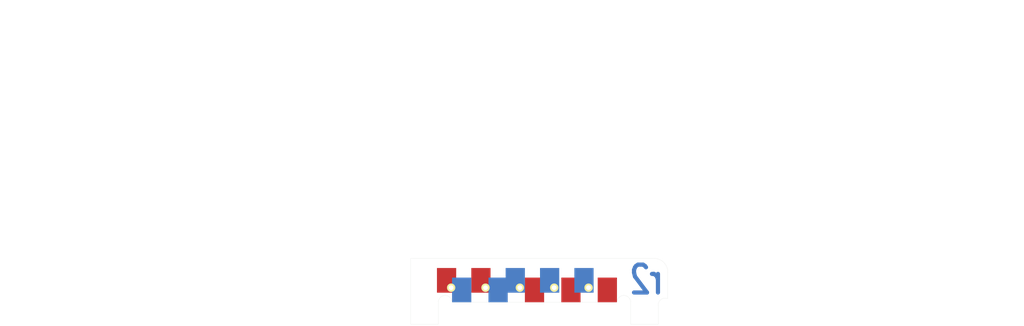
<source format=kicad_pcb>
(kicad_pcb (version 4) (host pcbnew "(2014-jul-16 BZR unknown)-product")

  (general
    (links 4)
    (no_connects 3)
    (area 108.35 78.7 182.578568 104.38168)
    (thickness 1.6002)
    (drawings 22)
    (tracks 0)
    (zones 0)
    (modules 15)
    (nets 6)
  )

  (page A4)
  (title_block
    (title "Ultimate Hacking Keyboard - Vertical Connector Board")
    (rev 2)
    (company "Ultimate Gadget Laboratories Kft.")
  )

  (layers
    (0 Front signal)
    (31 Back signal)
    (36 B.SilkS user)
    (37 F.SilkS user)
    (38 B.Mask user)
    (39 F.Mask user)
    (41 Cmts.User user)
    (42 Eco1.User user)
    (43 Eco2.User user)
    (44 Edge.Cuts user)
  )

  (setup
    (last_trace_width 0.889)
    (user_trace_width 0.733)
    (trace_clearance 0.01)
    (zone_clearance 0.508)
    (zone_45_only no)
    (trace_min 0.6)
    (segment_width 0.1)
    (edge_width 0.01016)
    (via_size 0.889)
    (via_drill 0.635)
    (via_min_size 0.889)
    (via_min_drill 0.635)
    (user_via 0.889 0.635)
    (uvia_size 0.508)
    (uvia_drill 0.127)
    (uvias_allowed no)
    (uvia_min_size 0.508)
    (uvia_min_drill 0.127)
    (pcb_text_width 0.3048)
    (pcb_text_size 1.524 2.032)
    (mod_edge_width 0.381)
    (mod_text_size 1.524 1.524)
    (mod_text_width 0.3048)
    (pad_size 0.6096 0.6096)
    (pad_drill 0.3556)
    (pad_to_mask_clearance 0.1016)
    (aux_axis_origin 0 0)
    (visible_elements FFFFEF7F)
    (pcbplotparams
      (layerselection 0x000f0_80000001)
      (usegerberextensions true)
      (excludeedgelayer true)
      (linewidth 0.150000)
      (plotframeref false)
      (viasonmask false)
      (mode 1)
      (useauxorigin false)
      (hpglpennumber 1)
      (hpglpenspeed 20)
      (hpglpendiameter 15)
      (hpglpenoverlay 2)
      (psnegative false)
      (psa4output false)
      (plotreference true)
      (plotvalue true)
      (plotinvisibletext false)
      (padsonsilk false)
      (subtractmaskfromsilk true)
      (outputformat 1)
      (mirror false)
      (drillshape 0)
      (scaleselection 1)
      (outputdirectory ../gerbers))
  )

  (net 0 "")
  (net 1 N-000001)
  (net 2 N-000002)
  (net 3 N-000003)
  (net 4 N-000004)
  (net 5 N-000005)

  (net_class Default "This is the default net class."
    (clearance 0.01)
    (trace_width 0.889)
    (via_dia 0.889)
    (via_drill 0.635)
    (uvia_dia 0.508)
    (uvia_drill 0.127)
    (add_net N-000001)
    (add_net N-000002)
    (add_net N-000003)
    (add_net N-000004)
    (add_net N-000005)
  )

  (module UGL:UHK_vertical_PCB_pad (layer Back) (tedit 53DA981A) (tstamp 53DA03F2)
    (at 144.75 99.9)
    (path /529BB9E6)
    (fp_text reference P12 (at 0 3.3) (layer B.SilkS) hide
      (effects (font (thickness 0.3048)) (justify mirror))
    )
    (fp_text value CONN_1 (at 0 -2.9) (layer B.SilkS) hide
      (effects (font (thickness 0.3048)) (justify mirror))
    )
    (pad "" smd rect (at 0 0) (size 1.4 1.8) (layers Back B.Mask)
      (net 2 N-000002))
  )

  (module UGL:UHK_vertical_PCB_pad (layer Front) (tedit 53DA981A) (tstamp 53DA93D3)
    (at 143.5 99.2)
    (path /529BB9CE)
    (fp_text reference P22 (at 0 -3.3) (layer F.SilkS) hide
      (effects (font (thickness 0.3048)))
    )
    (fp_text value CONN_1 (at 0 2.9) (layer F.SilkS) hide
      (effects (font (thickness 0.3048)))
    )
    (pad "" smd rect (at 0 0) (size 1.4 1.8) (layers Front F.Mask)
      (net 2 N-000002))
  )

  (module vertical_pcb_pad (layer Back) (tedit 53DA93F6) (tstamp 53DA9AC9)
    (at 151.75 99.2)
    (path /529BBCD8)
    (fp_text reference P25 (at 0 3.3) (layer B.SilkS) hide
      (effects (font (thickness 0.3048)) (justify mirror))
    )
    (fp_text value CONN_1 (at 0 -2.9) (layer B.SilkS) hide
      (effects (font (thickness 0.3048)) (justify mirror))
    )
    (pad "" smd rect (at -0.75 0) (size 1.4 1.8) (layers Back B.Mask)
      (net 5 N-000005))
  )

  (module vertical_pcb_pad (layer Front) (tedit 53DA330B) (tstamp 529BBD6B)
    (at 151 98.7)
    (path /529BBCD2)
    (fp_text reference P15 (at 0 -3.3) (layer F.SilkS) hide
      (effects (font (thickness 0.3048)))
    )
    (fp_text value CONN_1 (at 0 2.9) (layer F.SilkS) hide
      (effects (font (thickness 0.3048)))
    )
    (pad "" smd rect (at 1.7 1.2) (size 1.4 1.8) (layers Front F.Mask)
      (net 5 N-000005))
  )

  (module vertical_pcb_pad (layer Back) (tedit 53DA93DE) (tstamp 529BBAC7)
    (at 149.21 99.2)
    (path /529BB9DA)
    (fp_text reference P24 (at 0 3.3) (layer B.SilkS) hide
      (effects (font (thickness 0.3048)) (justify mirror))
    )
    (fp_text value CONN_1 (at 0 -2.9) (layer B.SilkS) hide
      (effects (font (thickness 0.3048)) (justify mirror))
    )
    (pad "" smd rect (at -0.71 0) (size 1.4 1.8) (layers Back B.Mask)
      (net 4 N-000004))
  )

  (module vertical_pcb_pad (layer Back) (tedit 53DA93C3) (tstamp 529BBAC2)
    (at 146.67 99.2)
    (path /529BB9D4)
    (fp_text reference P23 (at 0 3.3) (layer B.SilkS) hide
      (effects (font (thickness 0.3048)) (justify mirror))
    )
    (fp_text value CONN_1 (at 0 -2.9) (layer B.SilkS) hide
      (effects (font (thickness 0.3048)) (justify mirror))
    )
    (pad "" smd rect (at -0.67 0) (size 1.4 1.8) (layers Back B.Mask)
      (net 3 N-000003))
  )

  (module vertical_pcb_pad (layer Front) (tedit 53DA3305) (tstamp 529BBAE1)
    (at 148.5 98.7)
    (path /529BB9F2)
    (fp_text reference P14 (at 0 -3.3) (layer F.SilkS) hide
      (effects (font (thickness 0.3048)))
    )
    (fp_text value CONN_1 (at 0 2.9) (layer F.SilkS) hide
      (effects (font (thickness 0.3048)))
    )
    (pad "" smd rect (at 1.55 1.2) (size 1.4 1.8) (layers Front F.Mask)
      (net 4 N-000004))
  )

  (module vertical_pcb_pad (layer Front) (tedit 53DA32FF) (tstamp 529BBAE7)
    (at 146 98.7)
    (path /529BB9EC)
    (fp_text reference P13 (at 0 -3.3) (layer F.SilkS) hide
      (effects (font (thickness 0.3048)))
    )
    (fp_text value CONN_1 (at 0 2.9) (layer F.SilkS) hide
      (effects (font (thickness 0.3048)))
    )
    (pad "" smd rect (at 1.4 1.2) (size 1.4 1.8) (layers Front F.Mask)
      (net 3 N-000003))
  )

  (module UGL:via_24_14mil (layer Front) (tedit 53DA9EBC) (tstamp 53DA9FBF)
    (at 151.333334 99.733333)
    (fp_text reference via_24_14mil (at 0 -1.8) (layer F.SilkS) hide
      (effects (font (size 1 1) (thickness 0.15)))
    )
    (fp_text value VAL** (at 0 1.9) (layer F.SilkS) hide
      (effects (font (size 1 1) (thickness 0.15)))
    )
    (pad N-00 thru_hole circle (at 0 0) (size 0.6096 0.6096) (drill 0.3556) (layers *.Cu *.Mask F.SilkS)
      (solder_mask_margin -1))
  )

  (module UGL:via_24_14mil (layer Front) (tedit 53DA9EB3) (tstamp 53DA9AF5)
    (at 148.833333 99.733333)
    (fp_text reference via_24_14mil (at 0 -1.8) (layer F.SilkS) hide
      (effects (font (size 1 1) (thickness 0.15)))
    )
    (fp_text value VAL** (at 0 1.9) (layer F.SilkS) hide
      (effects (font (size 1 1) (thickness 0.15)))
    )
    (pad N-00 thru_hole circle (at 0 0) (size 0.6096 0.6096) (drill 0.3556) (layers *.Cu *.Mask F.SilkS)
      (solder_mask_margin -1))
  )

  (module UGL:via_24_14mil (layer Front) (tedit 53DA9EA9) (tstamp 53D9862B)
    (at 146.333333 99.733333)
    (fp_text reference via_24_14mil (at 0 -1.8) (layer F.SilkS) hide
      (effects (font (size 1 1) (thickness 0.15)))
    )
    (fp_text value VAL** (at 0 1.9) (layer F.SilkS) hide
      (effects (font (size 1 1) (thickness 0.15)))
    )
    (pad N-00 thru_hole circle (at 0 0) (size 0.6096 0.6096) (drill 0.3556) (layers *.Cu *.Mask F.SilkS)
      (solder_mask_margin -1))
  )

  (module UGL:via_24_14mil (layer Front) (tedit 53DA9EA1) (tstamp 53DAA3EB)
    (at 143.833333 99.733333)
    (fp_text reference via_24_14mil (at 0 -1.8) (layer F.SilkS) hide
      (effects (font (size 1 1) (thickness 0.15)))
    )
    (fp_text value VAL** (at 0 1.9) (layer F.SilkS) hide
      (effects (font (size 1 1) (thickness 0.15)))
    )
    (pad N-00 thru_hole circle (at 0 0) (size 0.6096 0.6096) (drill 0.3556) (layers *.Cu *.Mask F.SilkS)
      (solder_mask_margin -1))
  )

  (module UGL:via_24_14mil (layer Front) (tedit 53DA9E92) (tstamp 53DAA3B8)
    (at 141.333333 99.733333)
    (fp_text reference via_24_14mil (at 0 -1.8) (layer F.SilkS) hide
      (effects (font (size 1 1) (thickness 0.15)))
    )
    (fp_text value VAL** (at 0 1.9) (layer F.SilkS) hide
      (effects (font (size 1 1) (thickness 0.15)))
    )
    (pad N-00 thru_hole circle (at 0 0) (size 0.6096 0.6096) (drill 0.3556) (layers *.Cu *.Mask F.SilkS)
      (solder_mask_margin -1))
  )

  (module UGL:UHK_vertical_PCB_pad (layer Back) (tedit 53DA981A) (tstamp 53DAA862)
    (at 142.1 99.9)
    (path /529BB9E0)
    (fp_text reference P11 (at 0 3.3) (layer B.SilkS) hide
      (effects (font (thickness 0.3048)) (justify mirror))
    )
    (fp_text value CONN_1 (at 0 -2.9) (layer B.SilkS) hide
      (effects (font (thickness 0.3048)) (justify mirror))
    )
    (pad "" smd rect (at 0 0) (size 1.4 1.8) (layers Back B.Mask))
  )

  (module UGL:UHK_vertical_PCB_pad (layer Front) (tedit 53DA981A) (tstamp 53DAA772)
    (at 141 99.2)
    (path /529BB9BF)
    (fp_text reference P21 (at 0 -3.3) (layer F.SilkS) hide
      (effects (font (thickness 0.3048)))
    )
    (fp_text value CONN_1 (at 0 2.9) (layer F.SilkS) hide
      (effects (font (thickness 0.3048)))
    )
    (pad "" smd rect (at 0 0) (size 1.4 1.8) (layers Front F.Mask)
      (net 1 N-000001))
  )

  (gr_text "< pin contact line" (at 167.9 98.6) (layer Eco1.User)
    (effects (font (size 1.5 1.5) (thickness 0.3)))
  )
  (gr_line (start 138.4 98.7) (end 157.1 98.7) (angle 90) (layer Eco1.User) (width 0.1) (tstamp 53DAA23A))
  (gr_line (start 138.4 97.6) (end 138.4 102.4) (angle 90) (layer Edge.Cuts) (width 0.01))
  (gr_text "4.8 mm = 0.189 in" (at 121.8 100) (layer Cmts.User)
    (effects (font (size 1.5 1.5) (thickness 0.3)))
  )
  (dimension 4.8 (width 0.3) (layer Cmts.User)
    (gr_text " " (at 134.7744 100 90) (layer Cmts.User)
      (effects (font (size 1.5 1.5) (thickness 0.3)))
    )
    (feature1 (pts (xy 138.4 97.6) (xy 133.1488 97.6)))
    (feature2 (pts (xy 138.4 102.4) (xy 133.1488 102.4)))
    (crossbar (pts (xy 136.4 102.4) (xy 136.4 97.6)))
    (arrow1a (pts (xy 136.4 97.6) (xy 136.986421 98.726504)))
    (arrow1b (pts (xy 136.4 97.6) (xy 135.813579 98.726504)))
    (arrow2a (pts (xy 136.4 102.4) (xy 136.986421 101.273496)))
    (arrow2b (pts (xy 136.4 102.4) (xy 135.813579 101.273496)))
  )
  (dimension 18.7 (width 0.3) (layer Cmts.User)
    (gr_text "18.700 mm" (at 147.75 90.5744) (layer Cmts.User)
      (effects (font (size 1.5 1.5) (thickness 0.3)))
    )
    (feature1 (pts (xy 157.1 98.6) (xy 157.1 88.9488)))
    (feature2 (pts (xy 138.4 98.6) (xy 138.4 88.9488)))
    (crossbar (pts (xy 138.4 92.2) (xy 157.1 92.2)))
    (arrow1a (pts (xy 157.1 92.2) (xy 155.973496 92.786421)))
    (arrow1b (pts (xy 157.1 92.2) (xy 155.973496 91.613579)))
    (arrow2a (pts (xy 138.4 92.2) (xy 139.526504 92.786421)))
    (arrow2b (pts (xy 138.4 92.2) (xy 139.526504 91.613579)))
  )
  (dimension 18.7 (width 0.3) (layer Cmts.User)
    (gr_text "0.736 in" (at 147.75 93.9744) (layer Cmts.User)
      (effects (font (size 1.5 1.5) (thickness 0.3)))
    )
    (feature1 (pts (xy 157.1 98.6) (xy 157.1 92.3488)))
    (feature2 (pts (xy 138.4 98.6) (xy 138.4 92.3488)))
    (crossbar (pts (xy 138.4 95.6) (xy 157.1 95.6)))
    (arrow1a (pts (xy 157.1 95.6) (xy 155.973496 96.186421)))
    (arrow1b (pts (xy 157.1 95.6) (xy 155.973496 95.013579)))
    (arrow2a (pts (xy 138.4 95.6) (xy 139.526504 96.186421)))
    (arrow2b (pts (xy 138.4 95.6) (xy 139.526504 95.013579)))
  )
  (gr_text r2 (at 155.5496 99.1616) (layer Back)
    (effects (font (size 2.032 1.524) (thickness 0.3048)) (justify mirror))
  )
  (gr_text "* design is 35mil-20mil-13mil trace-clearance-minimum_drill\n* 1mm board thickness\n* black soldermask\n* ENIG finish\n* no silkscreen\n" (at 108.5 85) (layer Cmts.User) (tstamp 53DA31C9)
    (effects (font (size 1.5 1.5) (thickness 0.3)) (justify left))
  )
  (gr_arc (start 140.900005 100.8) (end 141.4 100.8) (angle -179.9987706) (layer Edge.Cuts) (width 0.01))
  (gr_line (start 141.4 100.8) (end 153.4 100.8) (angle 90) (layer Edge.Cuts) (width 0.01))
  (gr_arc (start 153.900006 100.8) (end 154.4 100.8) (angle -179.9987159) (layer Edge.Cuts) (width 0.01))
  (gr_line (start 154.4 100.8) (end 154.4 102.4) (angle 90) (layer Edge.Cuts) (width 0.01))
  (gr_line (start 154.4 102.4) (end 156.4 102.4) (angle 90) (layer Edge.Cuts) (width 0.01))
  (gr_line (start 156.4 102.4) (end 156.4 101) (angle 90) (layer Edge.Cuts) (width 0.01))
  (gr_arc (start 156.9 101) (end 156.9 100.5) (angle -90.00043858) (layer Edge.Cuts) (width 0.01))
  (gr_line (start 156.9 100.5) (end 157.100001 100.5) (angle 90) (layer Edge.Cuts) (width 0.01))
  (gr_line (start 157.100001 100.5) (end 157.100001 98.6) (angle 90) (layer Edge.Cuts) (width 0.01))
  (gr_arc (start 156.100002 98.600001) (end 157.100001 98.6) (angle -89.999343) (layer Edge.Cuts) (width 0.01))
  (gr_line (start 156.100001 97.6) (end 138.4 97.6) (angle 90) (layer Edge.Cuts) (width 0.01))
  (gr_line (start 138.4 102.4) (end 140.4 102.4) (angle 90) (layer Edge.Cuts) (width 0.01))
  (gr_line (start 140.4 102.4) (end 140.4 100.8) (angle 90) (layer Edge.Cuts) (width 0.01))

)

</source>
